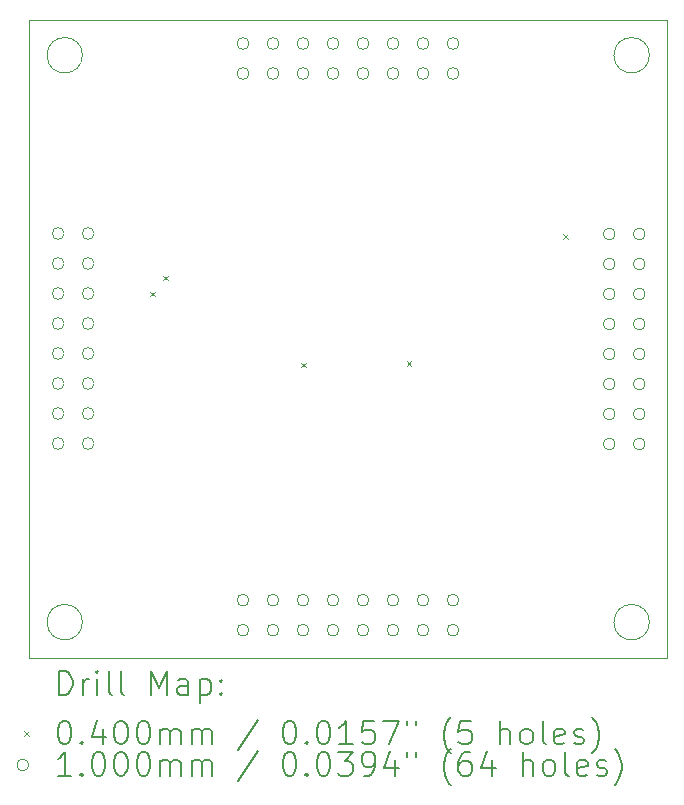
<source format=gbr>
%TF.GenerationSoftware,KiCad,Pcbnew,6.0.7+dfsg-1~bpo11+1*%
%TF.CreationDate,2022-10-12T23:47:32+02:00*%
%TF.ProjectId,vertExpIO_00,76657274-4578-4704-994f-5f30302e6b69,rev?*%
%TF.SameCoordinates,Original*%
%TF.FileFunction,Drillmap*%
%TF.FilePolarity,Positive*%
%FSLAX45Y45*%
G04 Gerber Fmt 4.5, Leading zero omitted, Abs format (unit mm)*
G04 Created by KiCad (PCBNEW 6.0.7+dfsg-1~bpo11+1) date 2022-10-12 23:47:32*
%MOMM*%
%LPD*%
G01*
G04 APERTURE LIST*
%ADD10C,0.100000*%
%ADD11C,0.200000*%
%ADD12C,0.040000*%
G04 APERTURE END LIST*
D10*
X17247750Y-12473000D02*
G75*
G03*
X17247750Y-12473000I-150000J0D01*
G01*
X12447750Y-7673000D02*
G75*
G03*
X12447750Y-7673000I-150000J0D01*
G01*
X12447750Y-12473000D02*
G75*
G03*
X12447750Y-12473000I-150000J0D01*
G01*
X17247750Y-7673000D02*
G75*
G03*
X17247750Y-7673000I-150000J0D01*
G01*
X11997750Y-12773000D02*
X17397750Y-12773000D01*
X17397750Y-12773000D02*
X17397750Y-7373000D01*
X17397750Y-7373000D02*
X11997750Y-7373000D01*
X11997750Y-7373000D02*
X11997750Y-12773000D01*
D11*
D12*
X13020250Y-9673500D02*
X13060250Y-9713500D01*
X13060250Y-9673500D02*
X13020250Y-9713500D01*
X13131750Y-9540000D02*
X13171750Y-9580000D01*
X13171750Y-9540000D02*
X13131750Y-9580000D01*
X14296750Y-10276000D02*
X14336750Y-10316000D01*
X14336750Y-10276000D02*
X14296750Y-10316000D01*
X15192750Y-10263000D02*
X15232750Y-10303000D01*
X15232750Y-10263000D02*
X15192750Y-10303000D01*
X16518750Y-9190000D02*
X16558750Y-9230000D01*
X16558750Y-9190000D02*
X16518750Y-9230000D01*
D10*
X12291750Y-9182000D02*
G75*
G03*
X12291750Y-9182000I-50000J0D01*
G01*
X12291750Y-9436000D02*
G75*
G03*
X12291750Y-9436000I-50000J0D01*
G01*
X12291750Y-9690000D02*
G75*
G03*
X12291750Y-9690000I-50000J0D01*
G01*
X12291750Y-9944000D02*
G75*
G03*
X12291750Y-9944000I-50000J0D01*
G01*
X12291750Y-10198000D02*
G75*
G03*
X12291750Y-10198000I-50000J0D01*
G01*
X12291750Y-10452000D02*
G75*
G03*
X12291750Y-10452000I-50000J0D01*
G01*
X12291750Y-10706000D02*
G75*
G03*
X12291750Y-10706000I-50000J0D01*
G01*
X12291750Y-10960000D02*
G75*
G03*
X12291750Y-10960000I-50000J0D01*
G01*
X12545750Y-9182000D02*
G75*
G03*
X12545750Y-9182000I-50000J0D01*
G01*
X12545750Y-9436000D02*
G75*
G03*
X12545750Y-9436000I-50000J0D01*
G01*
X12545750Y-9690000D02*
G75*
G03*
X12545750Y-9690000I-50000J0D01*
G01*
X12545750Y-9944000D02*
G75*
G03*
X12545750Y-9944000I-50000J0D01*
G01*
X12545750Y-10198000D02*
G75*
G03*
X12545750Y-10198000I-50000J0D01*
G01*
X12545750Y-10452000D02*
G75*
G03*
X12545750Y-10452000I-50000J0D01*
G01*
X12545750Y-10706000D02*
G75*
G03*
X12545750Y-10706000I-50000J0D01*
G01*
X12545750Y-10960000D02*
G75*
G03*
X12545750Y-10960000I-50000J0D01*
G01*
X13857250Y-7573000D02*
G75*
G03*
X13857250Y-7573000I-50000J0D01*
G01*
X13857250Y-7827000D02*
G75*
G03*
X13857250Y-7827000I-50000J0D01*
G01*
X13857250Y-12285500D02*
G75*
G03*
X13857250Y-12285500I-50000J0D01*
G01*
X13857250Y-12539500D02*
G75*
G03*
X13857250Y-12539500I-50000J0D01*
G01*
X14111250Y-7573000D02*
G75*
G03*
X14111250Y-7573000I-50000J0D01*
G01*
X14111250Y-7827000D02*
G75*
G03*
X14111250Y-7827000I-50000J0D01*
G01*
X14111250Y-12285500D02*
G75*
G03*
X14111250Y-12285500I-50000J0D01*
G01*
X14111250Y-12539500D02*
G75*
G03*
X14111250Y-12539500I-50000J0D01*
G01*
X14365250Y-7573000D02*
G75*
G03*
X14365250Y-7573000I-50000J0D01*
G01*
X14365250Y-7827000D02*
G75*
G03*
X14365250Y-7827000I-50000J0D01*
G01*
X14365250Y-12285500D02*
G75*
G03*
X14365250Y-12285500I-50000J0D01*
G01*
X14365250Y-12539500D02*
G75*
G03*
X14365250Y-12539500I-50000J0D01*
G01*
X14619250Y-7573000D02*
G75*
G03*
X14619250Y-7573000I-50000J0D01*
G01*
X14619250Y-7827000D02*
G75*
G03*
X14619250Y-7827000I-50000J0D01*
G01*
X14619250Y-12285500D02*
G75*
G03*
X14619250Y-12285500I-50000J0D01*
G01*
X14619250Y-12539500D02*
G75*
G03*
X14619250Y-12539500I-50000J0D01*
G01*
X14873250Y-7573000D02*
G75*
G03*
X14873250Y-7573000I-50000J0D01*
G01*
X14873250Y-7827000D02*
G75*
G03*
X14873250Y-7827000I-50000J0D01*
G01*
X14873250Y-12285500D02*
G75*
G03*
X14873250Y-12285500I-50000J0D01*
G01*
X14873250Y-12539500D02*
G75*
G03*
X14873250Y-12539500I-50000J0D01*
G01*
X15127250Y-7573000D02*
G75*
G03*
X15127250Y-7573000I-50000J0D01*
G01*
X15127250Y-7827000D02*
G75*
G03*
X15127250Y-7827000I-50000J0D01*
G01*
X15127250Y-12285500D02*
G75*
G03*
X15127250Y-12285500I-50000J0D01*
G01*
X15127250Y-12539500D02*
G75*
G03*
X15127250Y-12539500I-50000J0D01*
G01*
X15381250Y-7573000D02*
G75*
G03*
X15381250Y-7573000I-50000J0D01*
G01*
X15381250Y-7827000D02*
G75*
G03*
X15381250Y-7827000I-50000J0D01*
G01*
X15381250Y-12285500D02*
G75*
G03*
X15381250Y-12285500I-50000J0D01*
G01*
X15381250Y-12539500D02*
G75*
G03*
X15381250Y-12539500I-50000J0D01*
G01*
X15635250Y-7573000D02*
G75*
G03*
X15635250Y-7573000I-50000J0D01*
G01*
X15635250Y-7827000D02*
G75*
G03*
X15635250Y-7827000I-50000J0D01*
G01*
X15635250Y-12285500D02*
G75*
G03*
X15635250Y-12285500I-50000J0D01*
G01*
X15635250Y-12539500D02*
G75*
G03*
X15635250Y-12539500I-50000J0D01*
G01*
X16957250Y-9186500D02*
G75*
G03*
X16957250Y-9186500I-50000J0D01*
G01*
X16957250Y-9440500D02*
G75*
G03*
X16957250Y-9440500I-50000J0D01*
G01*
X16957250Y-9694500D02*
G75*
G03*
X16957250Y-9694500I-50000J0D01*
G01*
X16957250Y-9948500D02*
G75*
G03*
X16957250Y-9948500I-50000J0D01*
G01*
X16957250Y-10202500D02*
G75*
G03*
X16957250Y-10202500I-50000J0D01*
G01*
X16957250Y-10456500D02*
G75*
G03*
X16957250Y-10456500I-50000J0D01*
G01*
X16957250Y-10710500D02*
G75*
G03*
X16957250Y-10710500I-50000J0D01*
G01*
X16957250Y-10964500D02*
G75*
G03*
X16957250Y-10964500I-50000J0D01*
G01*
X17211250Y-9186500D02*
G75*
G03*
X17211250Y-9186500I-50000J0D01*
G01*
X17211250Y-9440500D02*
G75*
G03*
X17211250Y-9440500I-50000J0D01*
G01*
X17211250Y-9694500D02*
G75*
G03*
X17211250Y-9694500I-50000J0D01*
G01*
X17211250Y-9948500D02*
G75*
G03*
X17211250Y-9948500I-50000J0D01*
G01*
X17211250Y-10202500D02*
G75*
G03*
X17211250Y-10202500I-50000J0D01*
G01*
X17211250Y-10456500D02*
G75*
G03*
X17211250Y-10456500I-50000J0D01*
G01*
X17211250Y-10710500D02*
G75*
G03*
X17211250Y-10710500I-50000J0D01*
G01*
X17211250Y-10964500D02*
G75*
G03*
X17211250Y-10964500I-50000J0D01*
G01*
D11*
X12250369Y-13088476D02*
X12250369Y-12888476D01*
X12297988Y-12888476D01*
X12326559Y-12898000D01*
X12345607Y-12917048D01*
X12355131Y-12936095D01*
X12364655Y-12974190D01*
X12364655Y-13002762D01*
X12355131Y-13040857D01*
X12345607Y-13059905D01*
X12326559Y-13078952D01*
X12297988Y-13088476D01*
X12250369Y-13088476D01*
X12450369Y-13088476D02*
X12450369Y-12955143D01*
X12450369Y-12993238D02*
X12459893Y-12974190D01*
X12469417Y-12964667D01*
X12488464Y-12955143D01*
X12507512Y-12955143D01*
X12574178Y-13088476D02*
X12574178Y-12955143D01*
X12574178Y-12888476D02*
X12564655Y-12898000D01*
X12574178Y-12907524D01*
X12583702Y-12898000D01*
X12574178Y-12888476D01*
X12574178Y-12907524D01*
X12697988Y-13088476D02*
X12678940Y-13078952D01*
X12669417Y-13059905D01*
X12669417Y-12888476D01*
X12802750Y-13088476D02*
X12783702Y-13078952D01*
X12774178Y-13059905D01*
X12774178Y-12888476D01*
X13031321Y-13088476D02*
X13031321Y-12888476D01*
X13097988Y-13031333D01*
X13164655Y-12888476D01*
X13164655Y-13088476D01*
X13345607Y-13088476D02*
X13345607Y-12983714D01*
X13336083Y-12964667D01*
X13317036Y-12955143D01*
X13278940Y-12955143D01*
X13259893Y-12964667D01*
X13345607Y-13078952D02*
X13326559Y-13088476D01*
X13278940Y-13088476D01*
X13259893Y-13078952D01*
X13250369Y-13059905D01*
X13250369Y-13040857D01*
X13259893Y-13021809D01*
X13278940Y-13012286D01*
X13326559Y-13012286D01*
X13345607Y-13002762D01*
X13440845Y-12955143D02*
X13440845Y-13155143D01*
X13440845Y-12964667D02*
X13459893Y-12955143D01*
X13497988Y-12955143D01*
X13517036Y-12964667D01*
X13526559Y-12974190D01*
X13536083Y-12993238D01*
X13536083Y-13050381D01*
X13526559Y-13069428D01*
X13517036Y-13078952D01*
X13497988Y-13088476D01*
X13459893Y-13088476D01*
X13440845Y-13078952D01*
X13621798Y-13069428D02*
X13631321Y-13078952D01*
X13621798Y-13088476D01*
X13612274Y-13078952D01*
X13621798Y-13069428D01*
X13621798Y-13088476D01*
X13621798Y-12964667D02*
X13631321Y-12974190D01*
X13621798Y-12983714D01*
X13612274Y-12974190D01*
X13621798Y-12964667D01*
X13621798Y-12983714D01*
D12*
X11952750Y-13398000D02*
X11992750Y-13438000D01*
X11992750Y-13398000D02*
X11952750Y-13438000D01*
D11*
X12288464Y-13308476D02*
X12307512Y-13308476D01*
X12326559Y-13318000D01*
X12336083Y-13327524D01*
X12345607Y-13346571D01*
X12355131Y-13384667D01*
X12355131Y-13432286D01*
X12345607Y-13470381D01*
X12336083Y-13489428D01*
X12326559Y-13498952D01*
X12307512Y-13508476D01*
X12288464Y-13508476D01*
X12269417Y-13498952D01*
X12259893Y-13489428D01*
X12250369Y-13470381D01*
X12240845Y-13432286D01*
X12240845Y-13384667D01*
X12250369Y-13346571D01*
X12259893Y-13327524D01*
X12269417Y-13318000D01*
X12288464Y-13308476D01*
X12440845Y-13489428D02*
X12450369Y-13498952D01*
X12440845Y-13508476D01*
X12431321Y-13498952D01*
X12440845Y-13489428D01*
X12440845Y-13508476D01*
X12621798Y-13375143D02*
X12621798Y-13508476D01*
X12574178Y-13298952D02*
X12526559Y-13441809D01*
X12650369Y-13441809D01*
X12764655Y-13308476D02*
X12783702Y-13308476D01*
X12802750Y-13318000D01*
X12812274Y-13327524D01*
X12821798Y-13346571D01*
X12831321Y-13384667D01*
X12831321Y-13432286D01*
X12821798Y-13470381D01*
X12812274Y-13489428D01*
X12802750Y-13498952D01*
X12783702Y-13508476D01*
X12764655Y-13508476D01*
X12745607Y-13498952D01*
X12736083Y-13489428D01*
X12726559Y-13470381D01*
X12717036Y-13432286D01*
X12717036Y-13384667D01*
X12726559Y-13346571D01*
X12736083Y-13327524D01*
X12745607Y-13318000D01*
X12764655Y-13308476D01*
X12955131Y-13308476D02*
X12974178Y-13308476D01*
X12993226Y-13318000D01*
X13002750Y-13327524D01*
X13012274Y-13346571D01*
X13021798Y-13384667D01*
X13021798Y-13432286D01*
X13012274Y-13470381D01*
X13002750Y-13489428D01*
X12993226Y-13498952D01*
X12974178Y-13508476D01*
X12955131Y-13508476D01*
X12936083Y-13498952D01*
X12926559Y-13489428D01*
X12917036Y-13470381D01*
X12907512Y-13432286D01*
X12907512Y-13384667D01*
X12917036Y-13346571D01*
X12926559Y-13327524D01*
X12936083Y-13318000D01*
X12955131Y-13308476D01*
X13107512Y-13508476D02*
X13107512Y-13375143D01*
X13107512Y-13394190D02*
X13117036Y-13384667D01*
X13136083Y-13375143D01*
X13164655Y-13375143D01*
X13183702Y-13384667D01*
X13193226Y-13403714D01*
X13193226Y-13508476D01*
X13193226Y-13403714D02*
X13202750Y-13384667D01*
X13221798Y-13375143D01*
X13250369Y-13375143D01*
X13269417Y-13384667D01*
X13278940Y-13403714D01*
X13278940Y-13508476D01*
X13374178Y-13508476D02*
X13374178Y-13375143D01*
X13374178Y-13394190D02*
X13383702Y-13384667D01*
X13402750Y-13375143D01*
X13431321Y-13375143D01*
X13450369Y-13384667D01*
X13459893Y-13403714D01*
X13459893Y-13508476D01*
X13459893Y-13403714D02*
X13469417Y-13384667D01*
X13488464Y-13375143D01*
X13517036Y-13375143D01*
X13536083Y-13384667D01*
X13545607Y-13403714D01*
X13545607Y-13508476D01*
X13936083Y-13298952D02*
X13764655Y-13556095D01*
X14193226Y-13308476D02*
X14212274Y-13308476D01*
X14231321Y-13318000D01*
X14240845Y-13327524D01*
X14250369Y-13346571D01*
X14259893Y-13384667D01*
X14259893Y-13432286D01*
X14250369Y-13470381D01*
X14240845Y-13489428D01*
X14231321Y-13498952D01*
X14212274Y-13508476D01*
X14193226Y-13508476D01*
X14174178Y-13498952D01*
X14164655Y-13489428D01*
X14155131Y-13470381D01*
X14145607Y-13432286D01*
X14145607Y-13384667D01*
X14155131Y-13346571D01*
X14164655Y-13327524D01*
X14174178Y-13318000D01*
X14193226Y-13308476D01*
X14345607Y-13489428D02*
X14355131Y-13498952D01*
X14345607Y-13508476D01*
X14336083Y-13498952D01*
X14345607Y-13489428D01*
X14345607Y-13508476D01*
X14478940Y-13308476D02*
X14497988Y-13308476D01*
X14517036Y-13318000D01*
X14526559Y-13327524D01*
X14536083Y-13346571D01*
X14545607Y-13384667D01*
X14545607Y-13432286D01*
X14536083Y-13470381D01*
X14526559Y-13489428D01*
X14517036Y-13498952D01*
X14497988Y-13508476D01*
X14478940Y-13508476D01*
X14459893Y-13498952D01*
X14450369Y-13489428D01*
X14440845Y-13470381D01*
X14431321Y-13432286D01*
X14431321Y-13384667D01*
X14440845Y-13346571D01*
X14450369Y-13327524D01*
X14459893Y-13318000D01*
X14478940Y-13308476D01*
X14736083Y-13508476D02*
X14621798Y-13508476D01*
X14678940Y-13508476D02*
X14678940Y-13308476D01*
X14659893Y-13337048D01*
X14640845Y-13356095D01*
X14621798Y-13365619D01*
X14917036Y-13308476D02*
X14821798Y-13308476D01*
X14812274Y-13403714D01*
X14821798Y-13394190D01*
X14840845Y-13384667D01*
X14888464Y-13384667D01*
X14907512Y-13394190D01*
X14917036Y-13403714D01*
X14926559Y-13422762D01*
X14926559Y-13470381D01*
X14917036Y-13489428D01*
X14907512Y-13498952D01*
X14888464Y-13508476D01*
X14840845Y-13508476D01*
X14821798Y-13498952D01*
X14812274Y-13489428D01*
X14993226Y-13308476D02*
X15126559Y-13308476D01*
X15040845Y-13508476D01*
X15193226Y-13308476D02*
X15193226Y-13346571D01*
X15269417Y-13308476D02*
X15269417Y-13346571D01*
X15564655Y-13584667D02*
X15555131Y-13575143D01*
X15536083Y-13546571D01*
X15526559Y-13527524D01*
X15517036Y-13498952D01*
X15507512Y-13451333D01*
X15507512Y-13413238D01*
X15517036Y-13365619D01*
X15526559Y-13337048D01*
X15536083Y-13318000D01*
X15555131Y-13289428D01*
X15564655Y-13279905D01*
X15736083Y-13308476D02*
X15640845Y-13308476D01*
X15631321Y-13403714D01*
X15640845Y-13394190D01*
X15659893Y-13384667D01*
X15707512Y-13384667D01*
X15726559Y-13394190D01*
X15736083Y-13403714D01*
X15745607Y-13422762D01*
X15745607Y-13470381D01*
X15736083Y-13489428D01*
X15726559Y-13498952D01*
X15707512Y-13508476D01*
X15659893Y-13508476D01*
X15640845Y-13498952D01*
X15631321Y-13489428D01*
X15983702Y-13508476D02*
X15983702Y-13308476D01*
X16069417Y-13508476D02*
X16069417Y-13403714D01*
X16059893Y-13384667D01*
X16040845Y-13375143D01*
X16012274Y-13375143D01*
X15993226Y-13384667D01*
X15983702Y-13394190D01*
X16193226Y-13508476D02*
X16174178Y-13498952D01*
X16164655Y-13489428D01*
X16155131Y-13470381D01*
X16155131Y-13413238D01*
X16164655Y-13394190D01*
X16174178Y-13384667D01*
X16193226Y-13375143D01*
X16221798Y-13375143D01*
X16240845Y-13384667D01*
X16250369Y-13394190D01*
X16259893Y-13413238D01*
X16259893Y-13470381D01*
X16250369Y-13489428D01*
X16240845Y-13498952D01*
X16221798Y-13508476D01*
X16193226Y-13508476D01*
X16374178Y-13508476D02*
X16355131Y-13498952D01*
X16345607Y-13479905D01*
X16345607Y-13308476D01*
X16526559Y-13498952D02*
X16507512Y-13508476D01*
X16469417Y-13508476D01*
X16450369Y-13498952D01*
X16440845Y-13479905D01*
X16440845Y-13403714D01*
X16450369Y-13384667D01*
X16469417Y-13375143D01*
X16507512Y-13375143D01*
X16526559Y-13384667D01*
X16536083Y-13403714D01*
X16536083Y-13422762D01*
X16440845Y-13441809D01*
X16612274Y-13498952D02*
X16631321Y-13508476D01*
X16669417Y-13508476D01*
X16688464Y-13498952D01*
X16697988Y-13479905D01*
X16697988Y-13470381D01*
X16688464Y-13451333D01*
X16669417Y-13441809D01*
X16640845Y-13441809D01*
X16621798Y-13432286D01*
X16612274Y-13413238D01*
X16612274Y-13403714D01*
X16621798Y-13384667D01*
X16640845Y-13375143D01*
X16669417Y-13375143D01*
X16688464Y-13384667D01*
X16764655Y-13584667D02*
X16774178Y-13575143D01*
X16793226Y-13546571D01*
X16802750Y-13527524D01*
X16812274Y-13498952D01*
X16821798Y-13451333D01*
X16821798Y-13413238D01*
X16812274Y-13365619D01*
X16802750Y-13337048D01*
X16793226Y-13318000D01*
X16774178Y-13289428D01*
X16764655Y-13279905D01*
D10*
X11992750Y-13682000D02*
G75*
G03*
X11992750Y-13682000I-50000J0D01*
G01*
D11*
X12355131Y-13772476D02*
X12240845Y-13772476D01*
X12297988Y-13772476D02*
X12297988Y-13572476D01*
X12278940Y-13601048D01*
X12259893Y-13620095D01*
X12240845Y-13629619D01*
X12440845Y-13753428D02*
X12450369Y-13762952D01*
X12440845Y-13772476D01*
X12431321Y-13762952D01*
X12440845Y-13753428D01*
X12440845Y-13772476D01*
X12574178Y-13572476D02*
X12593226Y-13572476D01*
X12612274Y-13582000D01*
X12621798Y-13591524D01*
X12631321Y-13610571D01*
X12640845Y-13648667D01*
X12640845Y-13696286D01*
X12631321Y-13734381D01*
X12621798Y-13753428D01*
X12612274Y-13762952D01*
X12593226Y-13772476D01*
X12574178Y-13772476D01*
X12555131Y-13762952D01*
X12545607Y-13753428D01*
X12536083Y-13734381D01*
X12526559Y-13696286D01*
X12526559Y-13648667D01*
X12536083Y-13610571D01*
X12545607Y-13591524D01*
X12555131Y-13582000D01*
X12574178Y-13572476D01*
X12764655Y-13572476D02*
X12783702Y-13572476D01*
X12802750Y-13582000D01*
X12812274Y-13591524D01*
X12821798Y-13610571D01*
X12831321Y-13648667D01*
X12831321Y-13696286D01*
X12821798Y-13734381D01*
X12812274Y-13753428D01*
X12802750Y-13762952D01*
X12783702Y-13772476D01*
X12764655Y-13772476D01*
X12745607Y-13762952D01*
X12736083Y-13753428D01*
X12726559Y-13734381D01*
X12717036Y-13696286D01*
X12717036Y-13648667D01*
X12726559Y-13610571D01*
X12736083Y-13591524D01*
X12745607Y-13582000D01*
X12764655Y-13572476D01*
X12955131Y-13572476D02*
X12974178Y-13572476D01*
X12993226Y-13582000D01*
X13002750Y-13591524D01*
X13012274Y-13610571D01*
X13021798Y-13648667D01*
X13021798Y-13696286D01*
X13012274Y-13734381D01*
X13002750Y-13753428D01*
X12993226Y-13762952D01*
X12974178Y-13772476D01*
X12955131Y-13772476D01*
X12936083Y-13762952D01*
X12926559Y-13753428D01*
X12917036Y-13734381D01*
X12907512Y-13696286D01*
X12907512Y-13648667D01*
X12917036Y-13610571D01*
X12926559Y-13591524D01*
X12936083Y-13582000D01*
X12955131Y-13572476D01*
X13107512Y-13772476D02*
X13107512Y-13639143D01*
X13107512Y-13658190D02*
X13117036Y-13648667D01*
X13136083Y-13639143D01*
X13164655Y-13639143D01*
X13183702Y-13648667D01*
X13193226Y-13667714D01*
X13193226Y-13772476D01*
X13193226Y-13667714D02*
X13202750Y-13648667D01*
X13221798Y-13639143D01*
X13250369Y-13639143D01*
X13269417Y-13648667D01*
X13278940Y-13667714D01*
X13278940Y-13772476D01*
X13374178Y-13772476D02*
X13374178Y-13639143D01*
X13374178Y-13658190D02*
X13383702Y-13648667D01*
X13402750Y-13639143D01*
X13431321Y-13639143D01*
X13450369Y-13648667D01*
X13459893Y-13667714D01*
X13459893Y-13772476D01*
X13459893Y-13667714D02*
X13469417Y-13648667D01*
X13488464Y-13639143D01*
X13517036Y-13639143D01*
X13536083Y-13648667D01*
X13545607Y-13667714D01*
X13545607Y-13772476D01*
X13936083Y-13562952D02*
X13764655Y-13820095D01*
X14193226Y-13572476D02*
X14212274Y-13572476D01*
X14231321Y-13582000D01*
X14240845Y-13591524D01*
X14250369Y-13610571D01*
X14259893Y-13648667D01*
X14259893Y-13696286D01*
X14250369Y-13734381D01*
X14240845Y-13753428D01*
X14231321Y-13762952D01*
X14212274Y-13772476D01*
X14193226Y-13772476D01*
X14174178Y-13762952D01*
X14164655Y-13753428D01*
X14155131Y-13734381D01*
X14145607Y-13696286D01*
X14145607Y-13648667D01*
X14155131Y-13610571D01*
X14164655Y-13591524D01*
X14174178Y-13582000D01*
X14193226Y-13572476D01*
X14345607Y-13753428D02*
X14355131Y-13762952D01*
X14345607Y-13772476D01*
X14336083Y-13762952D01*
X14345607Y-13753428D01*
X14345607Y-13772476D01*
X14478940Y-13572476D02*
X14497988Y-13572476D01*
X14517036Y-13582000D01*
X14526559Y-13591524D01*
X14536083Y-13610571D01*
X14545607Y-13648667D01*
X14545607Y-13696286D01*
X14536083Y-13734381D01*
X14526559Y-13753428D01*
X14517036Y-13762952D01*
X14497988Y-13772476D01*
X14478940Y-13772476D01*
X14459893Y-13762952D01*
X14450369Y-13753428D01*
X14440845Y-13734381D01*
X14431321Y-13696286D01*
X14431321Y-13648667D01*
X14440845Y-13610571D01*
X14450369Y-13591524D01*
X14459893Y-13582000D01*
X14478940Y-13572476D01*
X14612274Y-13572476D02*
X14736083Y-13572476D01*
X14669417Y-13648667D01*
X14697988Y-13648667D01*
X14717036Y-13658190D01*
X14726559Y-13667714D01*
X14736083Y-13686762D01*
X14736083Y-13734381D01*
X14726559Y-13753428D01*
X14717036Y-13762952D01*
X14697988Y-13772476D01*
X14640845Y-13772476D01*
X14621798Y-13762952D01*
X14612274Y-13753428D01*
X14831321Y-13772476D02*
X14869417Y-13772476D01*
X14888464Y-13762952D01*
X14897988Y-13753428D01*
X14917036Y-13724857D01*
X14926559Y-13686762D01*
X14926559Y-13610571D01*
X14917036Y-13591524D01*
X14907512Y-13582000D01*
X14888464Y-13572476D01*
X14850369Y-13572476D01*
X14831321Y-13582000D01*
X14821798Y-13591524D01*
X14812274Y-13610571D01*
X14812274Y-13658190D01*
X14821798Y-13677238D01*
X14831321Y-13686762D01*
X14850369Y-13696286D01*
X14888464Y-13696286D01*
X14907512Y-13686762D01*
X14917036Y-13677238D01*
X14926559Y-13658190D01*
X15097988Y-13639143D02*
X15097988Y-13772476D01*
X15050369Y-13562952D02*
X15002750Y-13705809D01*
X15126559Y-13705809D01*
X15193226Y-13572476D02*
X15193226Y-13610571D01*
X15269417Y-13572476D02*
X15269417Y-13610571D01*
X15564655Y-13848667D02*
X15555131Y-13839143D01*
X15536083Y-13810571D01*
X15526559Y-13791524D01*
X15517036Y-13762952D01*
X15507512Y-13715333D01*
X15507512Y-13677238D01*
X15517036Y-13629619D01*
X15526559Y-13601048D01*
X15536083Y-13582000D01*
X15555131Y-13553428D01*
X15564655Y-13543905D01*
X15726559Y-13572476D02*
X15688464Y-13572476D01*
X15669417Y-13582000D01*
X15659893Y-13591524D01*
X15640845Y-13620095D01*
X15631321Y-13658190D01*
X15631321Y-13734381D01*
X15640845Y-13753428D01*
X15650369Y-13762952D01*
X15669417Y-13772476D01*
X15707512Y-13772476D01*
X15726559Y-13762952D01*
X15736083Y-13753428D01*
X15745607Y-13734381D01*
X15745607Y-13686762D01*
X15736083Y-13667714D01*
X15726559Y-13658190D01*
X15707512Y-13648667D01*
X15669417Y-13648667D01*
X15650369Y-13658190D01*
X15640845Y-13667714D01*
X15631321Y-13686762D01*
X15917036Y-13639143D02*
X15917036Y-13772476D01*
X15869417Y-13562952D02*
X15821798Y-13705809D01*
X15945607Y-13705809D01*
X16174178Y-13772476D02*
X16174178Y-13572476D01*
X16259893Y-13772476D02*
X16259893Y-13667714D01*
X16250369Y-13648667D01*
X16231321Y-13639143D01*
X16202750Y-13639143D01*
X16183702Y-13648667D01*
X16174178Y-13658190D01*
X16383702Y-13772476D02*
X16364655Y-13762952D01*
X16355131Y-13753428D01*
X16345607Y-13734381D01*
X16345607Y-13677238D01*
X16355131Y-13658190D01*
X16364655Y-13648667D01*
X16383702Y-13639143D01*
X16412274Y-13639143D01*
X16431321Y-13648667D01*
X16440845Y-13658190D01*
X16450369Y-13677238D01*
X16450369Y-13734381D01*
X16440845Y-13753428D01*
X16431321Y-13762952D01*
X16412274Y-13772476D01*
X16383702Y-13772476D01*
X16564655Y-13772476D02*
X16545607Y-13762952D01*
X16536083Y-13743905D01*
X16536083Y-13572476D01*
X16717036Y-13762952D02*
X16697988Y-13772476D01*
X16659893Y-13772476D01*
X16640845Y-13762952D01*
X16631321Y-13743905D01*
X16631321Y-13667714D01*
X16640845Y-13648667D01*
X16659893Y-13639143D01*
X16697988Y-13639143D01*
X16717036Y-13648667D01*
X16726559Y-13667714D01*
X16726559Y-13686762D01*
X16631321Y-13705809D01*
X16802750Y-13762952D02*
X16821798Y-13772476D01*
X16859893Y-13772476D01*
X16878940Y-13762952D01*
X16888464Y-13743905D01*
X16888464Y-13734381D01*
X16878940Y-13715333D01*
X16859893Y-13705809D01*
X16831321Y-13705809D01*
X16812274Y-13696286D01*
X16802750Y-13677238D01*
X16802750Y-13667714D01*
X16812274Y-13648667D01*
X16831321Y-13639143D01*
X16859893Y-13639143D01*
X16878940Y-13648667D01*
X16955131Y-13848667D02*
X16964655Y-13839143D01*
X16983702Y-13810571D01*
X16993226Y-13791524D01*
X17002750Y-13762952D01*
X17012274Y-13715333D01*
X17012274Y-13677238D01*
X17002750Y-13629619D01*
X16993226Y-13601048D01*
X16983702Y-13582000D01*
X16964655Y-13553428D01*
X16955131Y-13543905D01*
M02*

</source>
